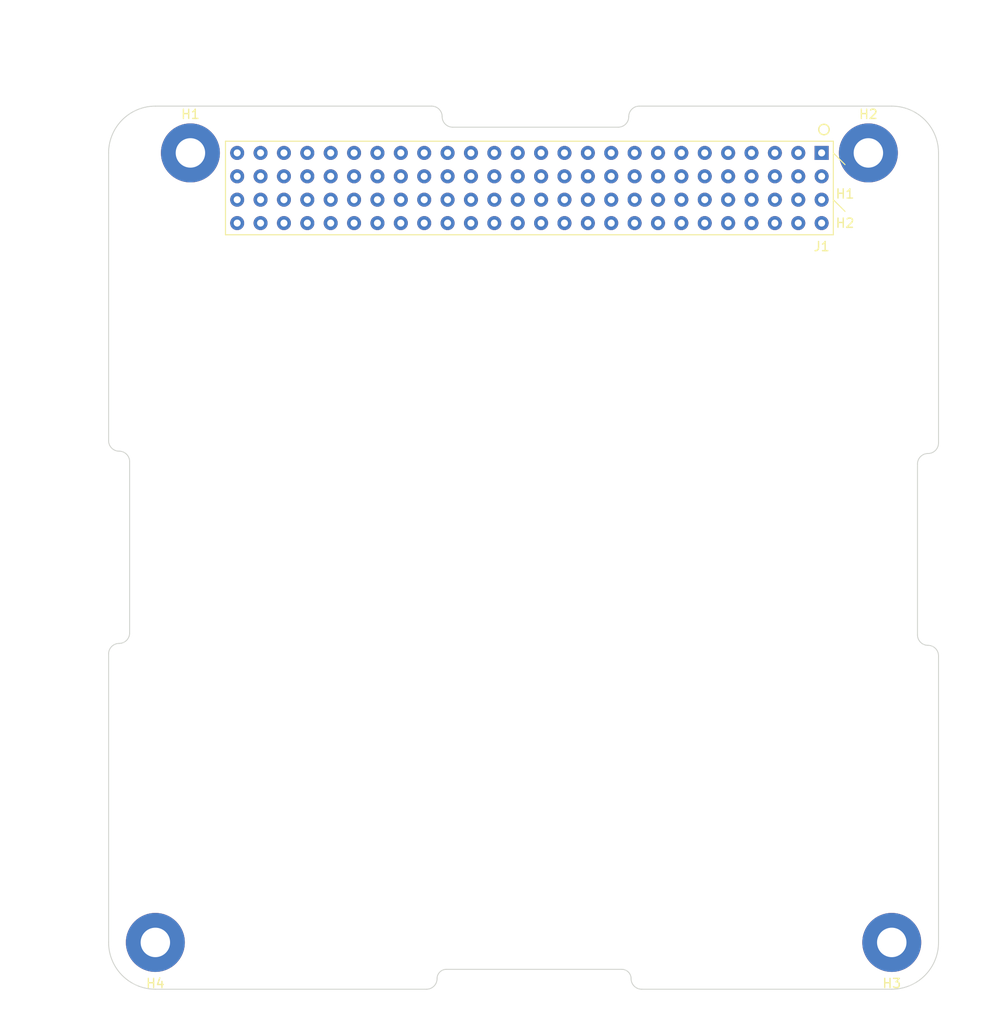
<source format=kicad_pcb>
(kicad_pcb (version 20211014) (generator pcbnew)
  (layers (0 "F.Cu" signal) (1 "In1.Cu" signal) (2 "In2.Cu" signal) (31 "B.Cu" signal) (34 "B.Paste" user) (35 "F.Paste" user) (36 "B.SilkS" user "B.Silkscreen") (37 "F.SilkS" user "F.Silkscreen") (38 "B.Mask" user) (39 "F.Mask" user) (44 "Edge.Cuts" user))
  (net 0 "")
  (footprint "MountingHole:MountingHole_3.2mm_M3_Pad_TopBottom" (layer "F.Cu") (at 191.77 52.07)
    (fp_text reference "H2" (at 0 -4.2) (layer "F.SilkS"))
    (fp_text value "MountingHole_Pad")
    (pad "1" connect circle locked (at 0 0) (size 6.4 6.4) (layers "B.Cu" "B.Mask"))
    (pad "1" connect circle locked (at 0 0) (size 6.4 6.4) (layers "F.Cu" "F.Mask"))
    (pad "1" thru_hole circle locked (at 0 0) (size 3.6 3.6) (drill 3.2) (layers *.Cu *.Mask))
  )
  (footprint "MountingHole:MountingHole_3.2mm_M3_Pad_TopBottom" (layer "F.Cu") (at 118.11 52.07)
    (fp_text reference "H1" (at 0 -4.2) (layer "F.SilkS"))
    (fp_text value "MountingHole_Pad")
    (pad "1" thru_hole circle locked (at 0 0) (size 3.6 3.6) (drill 3.2) (layers *.Cu *.Mask))
    (pad "1" connect circle locked (at 0 0) (size 6.4 6.4) (layers "F.Cu" "F.Mask"))
    (pad "1" connect circle locked (at 0 0) (size 6.4 6.4) (layers "B.Cu" "B.Mask"))
  )
  (footprint "MountingHole:MountingHole_3.2mm_M3_Pad_TopBottom" (layer "F.Cu") (at 114.3 137.795)
    (fp_text reference "H4" (at 0 4.445) (layer "F.SilkS"))
    (fp_text value "MountingHole_Pad")
    (pad "1" connect circle locked (at 0 0) (size 6.4 6.4) (layers "F.Cu" "F.Mask"))
    (pad "1" connect circle locked (at 0 0) (size 6.4 6.4) (layers "B.Cu" "B.Mask"))
    (pad "1" thru_hole circle locked (at 0 0) (size 3.6 3.6) (drill 3.2) (layers *.Cu *.Mask))
  )
  (footprint "pc104-connector:pc104-connector" (layer "F.Cu") (at 156.21 54.61 -90)
    (fp_text reference "J1" (at 7.62 -30.48 unlocked) (layer "F.SilkS"))
    (fp_text value "PC104_Connector")
    (fp_text user "H2" (at 5.08 -33.02 unlocked) (layer "F.SilkS"))
    (fp_text user "H1" (at 1.905 -33.02 unlocked) (layer "F.SilkS"))
    (fp_line (start 6.35 -31.75) (end -3.81 -31.75) (layer "F.SilkS") (width 0.12))
    (fp_line (start 6.35 34.29) (end 6.35 -31.75) (layer "F.SilkS") (width 0.12))
    (fp_line (start 2.54 -31.75) (end 3.81 -33.02) (layer "F.SilkS") (width 0.12))
    (fp_line (start -3.81 -31.75) (end -3.81 34.29) (layer "F.SilkS") (width 0.12))
    (fp_line (start -3.81 34.29) (end 6.35 34.29) (layer "F.SilkS") (width 0.12))
    (fp_line (start -2.54 -31.75) (end -1.27 -33.02) (layer "F.SilkS") (width 0.12))
    (pad "1" thru_hole rect locked (at -2.54 -30.48 270) (size 1.524 1.524) (drill 0.762) (layers *.Cu *.Mask))
    (pad "2" thru_hole circle locked (at 0 -30.48 270) (size 1.524 1.524) (drill 0.762) (layers *.Cu *.Mask))
    (pad "3" thru_hole circle locked (at -2.54 -27.94 270) (size 1.524 1.524) (drill 0.762) (layers *.Cu *.Mask))
    (pad "4" thru_hole circle locked (at 0 -27.94 270) (size 1.524 1.524) (drill 0.762) (layers *.Cu *.Mask))
    (pad "5" thru_hole circle locked (at -2.54 -25.4 270) (size 1.524 1.524) (drill 0.762) (layers *.Cu *.Mask))
    (pad "6" thru_hole circle locked (at 0 -25.4 270) (size 1.524 1.524) (drill 0.762) (layers *.Cu *.Mask))
    (pad "7" thru_hole circle locked (at -2.54 -22.86 270) (size 1.524 1.524) (drill 0.762) (layers *.Cu *.Mask))
    (pad "8" thru_hole circle locked (at 0 -22.86 270) (size 1.524 1.524) (drill 0.762) (layers *.Cu *.Mask))
    (pad "9" thru_hole circle locked (at -2.54 -20.32 270) (size 1.524 1.524) (drill 0.762) (layers *.Cu *.Mask))
    (pad "10" thru_hole circle locked (at 0 -20.32 270) (size 1.524 1.524) (drill 0.762) (layers *.Cu *.Mask))
    (pad "11" thru_hole circle locked (at -2.54 -17.78 270) (size 1.524 1.524) (drill 0.762) (layers *.Cu *.Mask))
    (pad "12" thru_hole circle locked (at 0 -17.78 270) (size 1.524 1.524) (drill 0.762) (layers *.Cu *.Mask))
    (pad "13" thru_hole circle locked (at -2.54 -15.24 270) (size 1.524 1.524) (drill 0.762) (layers *.Cu *.Mask))
    (pad "14" thru_hole circle locked (at 0 -15.24 270) (size 1.524 1.524) (drill 0.762) (layers *.Cu *.Mask))
    (pad "15" thru_hole circle locked (at -2.54 -12.7 270) (size 1.524 1.524) (drill 0.762) (layers *.Cu *.Mask))
    (pad "16" thru_hole circle locked (at 0 -12.7 270) (size 1.524 1.524) (drill 0.762) (layers *.Cu *.Mask))
    (pad "17" thru_hole circle locked (at -2.54 -10.16 270) (size 1.524 1.524) (drill 0.762) (layers *.Cu *.Mask))
    (pad "18" thru_hole circle locked (at 0 -10.16 270) (size 1.524 1.524) (drill 0.762) (layers *.Cu *.Mask))
    (pad "19" thru_hole circle locked (at -2.54 -7.62 270) (size 1.524 1.524) (drill 0.762) (layers *.Cu *.Mask))
    (pad "20" thru_hole circle locked (at 0 -7.62 270) (size 1.524 1.524) (drill 0.762) (layers *.Cu *.Mask))
    (pad "21" thru_hole circle locked (at -2.54 -5.08 270) (size 1.524 1.524) (drill 0.762) (layers *.Cu *.Mask))
    (pad "22" thru_hole circle locked (at 0 -5.08 270) (size 1.524 1.524) (drill 0.762) (layers *.Cu *.Mask))
    (pad "23" thru_hole circle locked (at -2.54 -2.54 270) (size 1.524 1.524) (drill 0.762) (layers *.Cu *.Mask))
    (pad "24" thru_hole circle locked (at 0 -2.54 270) (size 1.524 1.524) (drill 0.762) (layers *.Cu *.Mask))
    (pad "25" thru_hole circle locked (at -2.54 0 270) (size 1.524 1.524) (drill 0.762) (layers *.Cu *.Mask))
    (pad "26" thru_hole circle locked (at 0 0 270) (size 1.524 1.524) (drill 0.762) (layers *.Cu *.Mask))
    (pad "27" thru_hole circle locked (at -2.54 2.54 270) (size 1.524 1.524) (drill 0.762) (layers *.Cu *.Mask))
    (pad "28" thru_hole circle locked (at 0 2.54 270) (size 1.524 1.524) (drill 0.762) (layers *.Cu *.Mask))
    (pad "29" thru_hole circle locked (at -2.54 5.08 270) (size 1.524 1.524) (drill 0.762) (layers *.Cu *.Mask))
    (pad "30" thru_hole circle locked (at 0 5.08 270) (size 1.524 1.524) (drill 0.762) (layers *.Cu *.Mask))
    (pad "31" thru_hole circle locked (at -2.54 7.62 270) (size 1.524 1.524) (drill 0.762) (layers *.Cu *.Mask))
    (pad "32" thru_hole circle locked (at 0 7.62 270) (size 1.524 1.524) (drill 0.762) (layers *.Cu *.Mask))
    (pad "33" thru_hole circle locked (at -2.54 10.16 270) (size 1.524 1.524) (drill 0.762) (layers *.Cu *.Mask))
    (pad "34" thru_hole circle locked (at 0 10.16 270) (size 1.524 1.524) (drill 0.762) (layers *.Cu *.Mask))
    (pad "35" thru_hole circle locked (at -2.54 12.7 270) (size 1.524 1.524) (drill 0.762) (layers *.Cu *.Mask))
    (pad "36" thru_hole circle locked (at 0 12.7 270) (size 1.524 1.524) (drill 0.762) (layers *.Cu *.Mask))
    (pad "37" thru_hole circle locked (at -2.54 15.24 270) (size 1.524 1.524) (drill 0.762) (layers *.Cu *.Mask))
    (pad "38" thru_hole circle locked (at 0 15.24 270) (size 1.524 1.524) (drill 0.762) (layers *.Cu *.Mask))
    (pad "39" thru_hole circle locked (at -2.54 17.78 270) (size 1.524 1.524) (drill 0.762) (layers *.Cu *.Mask))
    (pad "40" thru_hole circle locked (at 0 17.78 270) (size 1.524 1.524) (drill 0.762) (layers *.Cu *.Mask))
    (pad "41" thru_hole circle locked (at -2.54 20.32 270) (size 1.524 1.524) (drill 0.762) (layers *.Cu *.Mask))
    (pad "42" thru_hole circle locked (at 0 20.32 270) (size 1.524 1.524) (drill 0.762) (layers *.Cu *.Mask))
    (pad "43" thru_hole circle locked (at -2.54 22.86 270) (size 1.524 1.524) (drill 0.762) (layers *.Cu *.Mask))
    (pad "44" thru_hole circle locked (at 0 22.86 270) (size 1.524 1.524) (drill 0.762) (layers *.Cu *.Mask))
    (pad "45" thru_hole circle locked (at -2.54 25.4 270) (size 1.524 1.524) (drill 0.762) (layers *.Cu *.Mask))
    (pad "46" thru_hole circle locked (at 0 25.4 270) (size 1.524 1.524) (drill 0.762) (layers *.Cu *.Mask))
    (pad "47" thru_hole circle locked (at -2.54 27.94 270) (size 1.524 1.524) (drill 0.762) (layers *.Cu *.Mask))
    (pad "48" thru_hole circle locked (at 0 27.94 270) (size 1.524 1.524) (drill 0.762) (layers *.Cu *.Mask))
    (pad "49" thru_hole circle locked (at -2.54 30.48 270) (size 1.524 1.524) (drill 0.762) (layers *.Cu *.Mask))
    (pad "50" thru_hole circle locked (at 0 30.48 270) (size 1.524 1.524) (drill 0.762) (layers *.Cu *.Mask))
    (pad "51" thru_hole circle locked (at -2.54 33.02 270) (size 1.524 1.524) (drill 0.762) (layers *.Cu *.Mask))
    (pad "52" thru_hole circle locked (at 0 33.02 270) (size 1.524 1.524) (drill 0.762) (layers *.Cu *.Mask))
    (pad "53" thru_hole circle locked (at 2.54 -30.48 270) (size 1.524 1.524) (drill 0.762) (layers *.Cu *.Mask))
    (pad "54" thru_hole circle locked (at 5.08 -30.48 270) (size 1.524 1.524) (drill 0.762) (layers *.Cu *.Mask))
    (pad "55" thru_hole circle locked (at 2.54 -27.94 270) (size 1.524 1.524) (drill 0.762) (layers *.Cu *.Mask))
    (pad "56" thru_hole circle locked (at 5.08 -27.94 270) (size 1.524 1.524) (drill 0.762) (layers *.Cu *.Mask))
    (pad "57" thru_hole circle locked (at 2.54 -25.4 270) (size 1.524 1.524) (drill 0.762) (layers *.Cu *.Mask))
    (pad "58" thru_hole circle locked (at 5.08 -25.4 270) (size 1.524 1.524) (drill 0.762) (layers *.Cu *.Mask))
    (pad "59" thru_hole circle locked (at 2.54 -22.86 270) (size 1.524 1.524) (drill 0.762) (layers *.Cu *.Mask))
    (pad "60" thru_hole circle locked (at 5.08 -22.86 270) (size 1.524 1.524) (drill 0.762) (layers *.Cu *.Mask))
    (pad "61" thru_hole circle locked (at 2.54 -20.32 270) (size 1.524 1.524) (drill 0.762) (layers *.Cu *.Mask))
    (pad "62" thru_hole circle locked (at 5.08 -20.32 270) (size 1.524 1.524) (drill 0.762) (layers *.Cu *.Mask))
    (pad "63" thru_hole circle locked (at 2.54 -17.78 270) (size 1.524 1.524) (drill 0.762) (layers *.Cu *.Mask))
    (pad "64" thru_hole circle locked (at 5.08 -17.78 270) (size 1.524 1.524) (drill 0.762) (layers *.Cu *.Mask))
    (pad "65" thru_hole circle locked (at 2.54 -15.24 270) (size 1.524 1.524) (drill 0.762) (layers *.Cu *.Mask))
    (pad "66" thru_hole circle locked (at 5.08 -15.24 270) (size 1.524 1.524) (drill 0.762) (layers *.Cu *.Mask))
    (pad "67" thru_hole circle locked (at 2.54 -12.7 270) (size 1.524 1.524) (drill 0.762) (layers *.Cu *.Mask))
    (pad "68" thru_hole circle locked (at 5.08 -12.7 270) (size 1.524 1.524) (drill 0.762) (layers *.Cu *.Mask))
    (pad "69" thru_hole circle locked (at 2.54 -10.16 270) (size 1.524 1.524) (drill 0.762) (layers *.Cu *.Mask))
    (pad "70" thru_hole circle locked (at 5.08 -10.16 270) (size 1.524 1.524) (drill 0.762) (layers *.Cu *.Mask))
    (pad "71" thru_hole circle locked (at 2.54 -7.62 270) (size 1.524 1.524) (drill 0.762) (layers *.Cu *.Mask))
    (pad "72" thru_hole circle locked (at 5.08 -7.62 270) (size 1.524 1.524) (drill 0.762) (layers *.Cu *.Mask))
    (pad "73" thru_hole circle locked (at 2.54 -5.08 270) (size 1.524 1.524) (drill 0.762) (layers *.Cu *.Mask))
    (pad "74" thru_hole circle locked (at 5.08 -5.08 270) (size 1.524 1.524) (drill 0.762) (layers *.Cu *.Mask))
    (pad "75" thru_hole circle locked (at 2.54 -2.54 270) (size 1.524 1.524) (drill 0.762) (layers *.Cu *.Mask))
    (pad "76" thru_hole circle locked (at 5.08 -2.54 270) (size 1.524 1.524) (drill 0.762) (layers *.Cu *.Mask))
    (pad "77" thru_hole circle locked (at 2.54 0 270) (size 1.524 1.524) (drill 0.762) (layers *.Cu *.Mask))
    (pad "78" thru_hole circle locked (at 5.08 0 270) (size 1.524 1.524) (drill 0.762) (layers *.Cu *.Mask))
    (pad "79" thru_hole circle locked (at 2.54 2.54 270) (size 1.524 1.524) (drill 0.762) (layers *.Cu *.Mask))
    (pad "80" thru_hole circle locked (at 5.08 2.54 270) (size 1.524 1.524) (drill 0.762) (layers *.Cu *.Mask))
    (pad "81" thru_hole circle locked (at 2.54 5.08 270) (size 1.524 1.524) (drill 0.762) (layers *.Cu *.Mask))
    (pad "82" thru_hole circle locked (at 5.08 5.08 270) (size 1.524 1.524) (drill 0.762) (layers *.Cu *.Mask))
    (pad "83" thru_hole circle locked (at 2.54 7.62 270) (size 1.524 1.524) (drill 0.762) (layers *.Cu *.Mask))
    (pad "84" thru_hole circle locked (at 5.08 7.62 270) (size 1.524 1.524) (drill 0.762) (layers *.Cu *.Mask))
    (pad "85" thru_hole circle locked (at 2.54 10.16 270) (size 1.524 1.524) (drill 0.762) (layers *.Cu *.Mask))
    (pad "86" thru_hole circle locked (at 5.08 10.16 270) (size 1.524 1.524) (drill 0.762) (layers *.Cu *.Mask))
    (pad "87" thru_hole circle locked (at 2.54 12.7 270) (size 1.524 1.524) (drill 0.762) (layers *.Cu *.Mask))
    (pad "88" thru_hole circle locked (at 5.08 12.7 270) (size 1.524 1.524) (drill 0.762) (layers *.Cu *.Mask))
    (pad "89" thru_hole circle locked (at 2.54 15.24 270) (size 1.524 1.524) (drill 0.762) (layers *.Cu *.Mask))
    (pad "90" thru_hole circle locked (at 5.08 15.24 270) (size 1.524 1.524) (drill 0.762) (layers *.Cu *.Mask))
    (pad "91" thru_hole circle locked (at 2.54 17.78 270) (size 1.524 1.524) (drill 0.762) (layers *.Cu *.Mask))
    (pad "92" thru_hole circle locked (at 5.08 17.78 270) (size 1.524 1.524) (drill 0.762) (layers *.Cu *.Mask))
    (pad "93" thru_hole circle locked (at 2.54 20.32 270) (size 1.524 1.524) (drill 0.762) (layers *.Cu *.Mask))
    (pad "94" thru_hole circle locked (at 5.08 20.32 270) (size 1.524 1.524) (drill 0.762) (layers *.Cu *.Mask))
    (pad "95" thru_hole circle locked (at 2.54 22.86 270) (size 1.524 1.524) (drill 0.762) (layers *.Cu *.Mask))
    (pad "96" thru_hole circle locked (at 5.08 22.86 270) (size 1.524 1.524) (drill 0.762) (layers *.Cu *.Mask))
    (pad "97" thru_hole circle locked (at 2.54 25.4 270) (size 1.524 1.524) (drill 0.762) (layers *.Cu *.Mask))
    (pad "98" thru_hole circle locked (at 5.08 25.4 270) (size 1.524 1.524) (drill 0.762) (layers *.Cu *.Mask))
    (pad "99" thru_hole circle locked (at 2.54 27.94 270) (size 1.524 1.524) (drill 0.762) (layers *.Cu *.Mask))
    (pad "100" thru_hole circle locked (at 5.08 27.94 270) (size 1.524 1.524) (drill 0.762) (layers *.Cu *.Mask))
    (pad "101" thru_hole circle locked (at 2.54 30.48 270) (size 1.524 1.524) (drill 0.762) (layers *.Cu *.Mask))
    (pad "102" thru_hole circle locked (at 5.08 30.48 270) (size 1.524 1.524) (drill 0.762) (layers *.Cu *.Mask))
    (pad "103" thru_hole circle locked (at 2.54 33.02 270) (size 1.524 1.524) (drill 0.762) (layers *.Cu *.Mask))
    (pad "104" thru_hole circle locked (at 5.08 33.02 270) (size 1.524 1.524) (drill 0.762) (layers *.Cu *.Mask))
  )
  (footprint "MountingHole:MountingHole_3.2mm_M3_Pad_TopBottom" (layer "F.Cu") (at 194.31 137.795)
    (fp_text reference "H3" (at 0 4.445) (layer "F.SilkS"))
    (fp_text value "MountingHole_Pad")
    (pad "1" thru_hole circle locked (at 0 0) (size 3.6 3.6) (drill 3.2) (layers *.Cu *.Mask))
    (pad "1" connect circle locked (at 0 0) (size 6.4 6.4) (layers "B.Cu" "B.Mask"))
    (pad "1" connect circle locked (at 0 0) (size 6.4 6.4) (layers "F.Cu" "F.Mask"))
  )
  (gr_circle (center 186.944 49.53) (end 187.452 49.276) (layer "F.SilkS") (width 0.15) (fill none))
  (gr_arc (start 109.22 52.07) (mid 110.707898 48.477898) (end 114.3 46.99) (layer "Edge.Cuts") (width 0.1))
  (gr_arc (start 144.318223 46.99) (mid 145.126446 47.324777) (end 145.461223 48.133) (layer "Edge.Cuts") (width 0.1))
  (gr_line (start 199.39 83.566) (end 199.39 52.07) (layer "Edge.Cuts") (width 0.1))
  (gr_arc (start 110.363 84.455) (mid 111.171223 84.789777) (end 111.506 85.598) (layer "Edge.Cuts") (width 0.1))
  (gr_arc (start 109.22 106.472223) (mid 109.554777 105.664) (end 110.363 105.329223) (layer "Edge.Cuts") (width 0.1))
  (gr_line (start 146.604223 49.276) (end 164.592 49.276) (layer "Edge.Cuts") (width 0.1))
  (gr_arc (start 199.39 137.795) (mid 197.902102 141.387102) (end 194.31 142.875) (layer "Edge.Cuts") (width 0.1))
  (gr_arc (start 199.39 83.566) (mid 199.055223 84.374223) (end 198.247 84.709) (layer "Edge.Cuts") (width 0.1))
  (gr_line (start 114.3 46.99) (end 144.318223 46.99) (layer "Edge.Cuts") (width 0.1))
  (gr_line (start 109.22 106.472223) (end 109.22 137.795) (layer "Edge.Cuts") (width 0.1))
  (gr_arc (start 165.735 48.133) (mid 165.400223 48.941223) (end 164.592 49.276) (layer "Edge.Cuts") (width 0.1))
  (gr_arc (start 197.104 85.852) (mid 197.438777 85.043777) (end 198.247 84.709) (layer "Edge.Cuts") (width 0.1))
  (gr_arc (start 165.735 48.133) (mid 166.069777 47.324777) (end 166.878 46.99) (layer "Edge.Cuts") (width 0.1))
  (gr_line (start 166.878 46.99) (end 194.31 46.99) (layer "Edge.Cuts") (width 0.1))
  (gr_arc (start 167.132 142.875) (mid 166.323777 142.540223) (end 165.989 141.732) (layer "Edge.Cuts") (width 0.1))
  (gr_arc (start 198.247 105.537) (mid 197.438777 105.202223) (end 197.104 104.394) (layer "Edge.Cuts") (width 0.1))
  (gr_line (start 167.132 142.875) (end 194.31 142.875) (layer "Edge.Cuts") (width 0.1))
  (gr_line (start 197.104 104.394) (end 197.104 85.852) (layer "Edge.Cuts") (width 0.1))
  (gr_line (start 199.39 137.795) (end 199.39 106.68) (layer "Edge.Cuts") (width 0.1))
  (gr_line (start 114.3 142.875) (end 143.764 142.875) (layer "Edge.Cuts") (width 0.1))
  (gr_line (start 145.923 140.716) (end 164.973 140.716) (layer "Edge.Cuts") (width 0.1))
  (gr_arc (start 144.907 141.732) (mid 145.20458 141.01358) (end 145.923 140.716) (layer "Edge.Cuts") (width 0.1))
  (gr_arc (start 164.973 140.716) (mid 165.69142 141.01358) (end 165.989 141.732) (layer "Edge.Cuts") (width 0.1))
  (gr_arc (start 144.907 141.732) (mid 144.572223 142.540223) (end 143.764 142.875) (layer "Edge.Cuts") (width 0.1))
  (gr_arc (start 198.247 105.537) (mid 199.055223 105.871777) (end 199.39 106.68) (layer "Edge.Cuts") (width 0.1))
  (gr_arc (start 146.604223 49.276) (mid 145.796 48.941223) (end 145.461223 48.133) (layer "Edge.Cuts") (width 0.1))
  (gr_line (start 111.506 85.598) (end 111.506 104.186223) (layer "Edge.Cuts") (width 0.1))
  (gr_arc (start 111.506 104.186223) (mid 111.171223 104.994446) (end 110.363 105.329223) (layer "Edge.Cuts") (width 0.1))
  (gr_line (start 109.22 52.07) (end 109.22 83.312) (layer "Edge.Cuts") (width 0.1))
  (gr_arc (start 114.3 142.875) (mid 110.707898 141.387102) (end 109.22 137.795) (layer "Edge.Cuts") (width 0.1))
  (gr_arc (start 194.31 46.99) (mid 197.902102 48.477898) (end 199.39 52.07) (layer "Edge.Cuts") (width 0.1))
  (gr_arc (start 110.363 84.455) (mid 109.554777 84.120223) (end 109.22 83.312) (layer "Edge.Cuts") (width 0.1))
)
</source>
